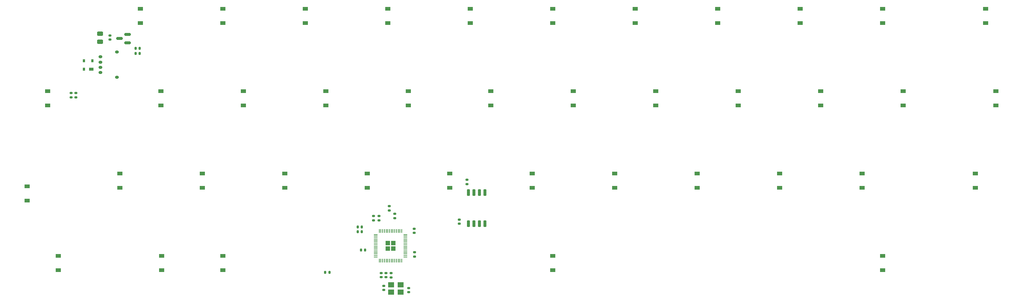
<source format=gbr>
%TF.GenerationSoftware,KiCad,Pcbnew,7.0.1*%
%TF.CreationDate,2023-04-14T20:37:59+02:00*%
%TF.ProjectId,no-escape,6e6f2d65-7363-4617-9065-2e6b69636164,rev?*%
%TF.SameCoordinates,Original*%
%TF.FileFunction,Paste,Bot*%
%TF.FilePolarity,Positive*%
%FSLAX46Y46*%
G04 Gerber Fmt 4.6, Leading zero omitted, Abs format (unit mm)*
G04 Created by KiCad (PCBNEW 7.0.1) date 2023-04-14 20:37:59*
%MOMM*%
%LPD*%
G01*
G04 APERTURE LIST*
G04 Aperture macros list*
%AMRoundRect*
0 Rectangle with rounded corners*
0 $1 Rounding radius*
0 $2 $3 $4 $5 $6 $7 $8 $9 X,Y pos of 4 corners*
0 Add a 4 corners polygon primitive as box body*
4,1,4,$2,$3,$4,$5,$6,$7,$8,$9,$2,$3,0*
0 Add four circle primitives for the rounded corners*
1,1,$1+$1,$2,$3*
1,1,$1+$1,$4,$5*
1,1,$1+$1,$6,$7*
1,1,$1+$1,$8,$9*
0 Add four rect primitives between the rounded corners*
20,1,$1+$1,$2,$3,$4,$5,0*
20,1,$1+$1,$4,$5,$6,$7,0*
20,1,$1+$1,$6,$7,$8,$9,0*
20,1,$1+$1,$8,$9,$2,$3,0*%
G04 Aperture macros list end*
%ADD10R,1.200000X0.900000*%
%ADD11RoundRect,0.135000X-0.185000X0.135000X-0.185000X-0.135000X0.185000X-0.135000X0.185000X0.135000X0*%
%ADD12RoundRect,0.140000X0.170000X-0.140000X0.170000X0.140000X-0.170000X0.140000X-0.170000X-0.140000X0*%
%ADD13RoundRect,0.140000X-0.140000X-0.170000X0.140000X-0.170000X0.140000X0.170000X-0.140000X0.170000X0*%
%ADD14RoundRect,0.150000X-0.275000X0.150000X-0.275000X-0.150000X0.275000X-0.150000X0.275000X0.150000X0*%
%ADD15RoundRect,0.175000X-0.225000X0.175000X-0.225000X-0.175000X0.225000X-0.175000X0.225000X0.175000X0*%
%ADD16RoundRect,0.140000X-0.170000X0.140000X-0.170000X-0.140000X0.170000X-0.140000X0.170000X0.140000X0*%
%ADD17RoundRect,0.243750X0.456250X-0.243750X0.456250X0.243750X-0.456250X0.243750X-0.456250X-0.243750X0*%
%ADD18RoundRect,0.150000X-0.150000X0.650000X-0.150000X-0.650000X0.150000X-0.650000X0.150000X0.650000X0*%
%ADD19RoundRect,0.135000X0.135000X0.185000X-0.135000X0.185000X-0.135000X-0.185000X0.135000X-0.185000X0*%
%ADD20RoundRect,0.250000X0.292217X0.292217X-0.292217X0.292217X-0.292217X-0.292217X0.292217X-0.292217X0*%
%ADD21RoundRect,0.050000X0.387500X0.050000X-0.387500X0.050000X-0.387500X-0.050000X0.387500X-0.050000X0*%
%ADD22RoundRect,0.050000X0.050000X0.387500X-0.050000X0.387500X-0.050000X-0.387500X0.050000X-0.387500X0*%
%ADD23RoundRect,0.150000X0.587500X0.150000X-0.587500X0.150000X-0.587500X-0.150000X0.587500X-0.150000X0*%
%ADD24RoundRect,0.140000X0.140000X0.170000X-0.140000X0.170000X-0.140000X-0.170000X0.140000X-0.170000X0*%
%ADD25R,1.400000X1.200000*%
%ADD26R,1.000000X0.700000*%
%ADD27R,0.600000X0.700000*%
%ADD28RoundRect,0.135000X0.185000X-0.135000X0.185000X0.135000X-0.185000X0.135000X-0.185000X-0.135000X0*%
G04 APERTURE END LIST*
D10*
%TO.C,D17*%
X145987000Y-66037000D03*
X145987000Y-62737000D03*
%TD*%
D11*
%TO.C,R_DATA1*%
X50165000Y-63117000D03*
X50165000Y-64137000D03*
%TD*%
D12*
%TO.C,C_3V-Decoup2*%
X118872000Y-92555000D03*
X118872000Y-91595000D03*
%TD*%
%TO.C,C_1V-Decoup1*%
X120142000Y-92555000D03*
X120142000Y-91595000D03*
%TD*%
D13*
%TO.C,C_LDO2*%
X63909000Y-52832000D03*
X64869000Y-52832000D03*
%TD*%
D14*
%TO.C,J1*%
X55814750Y-54778500D03*
X55814750Y-55978500D03*
X55814750Y-57178500D03*
X55814750Y-58378500D03*
D15*
X59589750Y-53628500D03*
X59589750Y-59528500D03*
%TD*%
D10*
%TO.C,D9*%
X217424500Y-46987000D03*
X217424500Y-43687000D03*
%TD*%
%TO.C,D20*%
X203137000Y-66037000D03*
X203137000Y-62737000D03*
%TD*%
%TO.C,D18*%
X165037000Y-66037000D03*
X165037000Y-62737000D03*
%TD*%
D16*
%TO.C,C_Crystal1*%
X127000000Y-108260000D03*
X127000000Y-109220000D03*
%TD*%
D12*
%TO.C,C_3V-Decoup4*%
X122555000Y-90269000D03*
X122555000Y-89309000D03*
%TD*%
D10*
%TO.C,D4*%
X122174500Y-46987000D03*
X122174500Y-43687000D03*
%TD*%
D17*
%TO.C,F1*%
X55753000Y-51278000D03*
X55753000Y-49403000D03*
%TD*%
D10*
%TO.C,D8*%
X198374500Y-46987000D03*
X198374500Y-43687000D03*
%TD*%
%TO.C,D34*%
X231712000Y-85087000D03*
X231712000Y-81787000D03*
%TD*%
%TO.C,D40*%
X236474500Y-104137000D03*
X236474500Y-100837000D03*
%TD*%
%TO.C,D13*%
X69787000Y-66037000D03*
X69787000Y-62737000D03*
%TD*%
%TO.C,D32*%
X193612000Y-85087000D03*
X193612000Y-81787000D03*
%TD*%
%TO.C,D7*%
X179324500Y-46987000D03*
X179324500Y-43687000D03*
%TD*%
%TO.C,D38*%
X84074500Y-104137000D03*
X84074500Y-100837000D03*
%TD*%
D16*
%TO.C,C_1V-Decoup3*%
X120650000Y-104775000D03*
X120650000Y-105735000D03*
%TD*%
D18*
%TO.C,U3*%
X140843000Y-86189000D03*
X142113000Y-86189000D03*
X143383000Y-86189000D03*
X144653000Y-86189000D03*
X144653000Y-93389000D03*
X143383000Y-93389000D03*
X142113000Y-93389000D03*
X140843000Y-93389000D03*
%TD*%
D19*
%TO.C,R_RST1*%
X108714000Y-104648000D03*
X107694000Y-104648000D03*
%TD*%
D20*
%TO.C,U1*%
X123446500Y-99090500D03*
X123446500Y-97815500D03*
X122171500Y-99090500D03*
X122171500Y-97815500D03*
D21*
X126246500Y-95853000D03*
X126246500Y-96253000D03*
X126246500Y-96653000D03*
X126246500Y-97053000D03*
X126246500Y-97453000D03*
X126246500Y-97853000D03*
X126246500Y-98253000D03*
X126246500Y-98653000D03*
X126246500Y-99053000D03*
X126246500Y-99453000D03*
X126246500Y-99853000D03*
X126246500Y-100253000D03*
X126246500Y-100653000D03*
X126246500Y-101053000D03*
D22*
X125409000Y-101890500D03*
X125009000Y-101890500D03*
X124609000Y-101890500D03*
X124209000Y-101890500D03*
X123809000Y-101890500D03*
X123409000Y-101890500D03*
X123009000Y-101890500D03*
X122609000Y-101890500D03*
X122209000Y-101890500D03*
X121809000Y-101890500D03*
X121409000Y-101890500D03*
X121009000Y-101890500D03*
X120609000Y-101890500D03*
X120209000Y-101890500D03*
D21*
X119371500Y-101053000D03*
X119371500Y-100653000D03*
X119371500Y-100253000D03*
X119371500Y-99853000D03*
X119371500Y-99453000D03*
X119371500Y-99053000D03*
X119371500Y-98653000D03*
X119371500Y-98253000D03*
X119371500Y-97853000D03*
X119371500Y-97453000D03*
X119371500Y-97053000D03*
X119371500Y-96653000D03*
X119371500Y-96253000D03*
X119371500Y-95853000D03*
D22*
X120209000Y-95015500D03*
X120609000Y-95015500D03*
X121009000Y-95015500D03*
X121409000Y-95015500D03*
X121809000Y-95015500D03*
X122209000Y-95015500D03*
X122609000Y-95015500D03*
X123009000Y-95015500D03*
X123409000Y-95015500D03*
X123809000Y-95015500D03*
X124209000Y-95015500D03*
X124609000Y-95015500D03*
X125009000Y-95015500D03*
X125409000Y-95015500D03*
%TD*%
D16*
%TO.C,C_3V-Decoup3*%
X121793000Y-104775000D03*
X121793000Y-105735000D03*
%TD*%
D10*
%TO.C,D10*%
X236474500Y-46987000D03*
X236474500Y-43687000D03*
%TD*%
D23*
%TO.C,U2*%
X62073000Y-49596000D03*
X62073000Y-51496000D03*
X60198000Y-50546000D03*
%TD*%
D10*
%TO.C,D28*%
X117412000Y-85087000D03*
X117412000Y-81787000D03*
%TD*%
%TO.C,D2*%
X84074500Y-46987000D03*
X84074500Y-43687000D03*
%TD*%
%TO.C,D29*%
X136462000Y-85087000D03*
X136462000Y-81787000D03*
%TD*%
%TO.C,D16*%
X126937000Y-66037000D03*
X126937000Y-62737000D03*
%TD*%
D12*
%TO.C,C_LDO1*%
X58039000Y-50772000D03*
X58039000Y-49812000D03*
%TD*%
D10*
%TO.C,D15*%
X107887000Y-66037000D03*
X107887000Y-62737000D03*
%TD*%
D12*
%TO.C,C_Flash1*%
X138684000Y-93345000D03*
X138684000Y-92385000D03*
%TD*%
D10*
%TO.C,D3*%
X103124500Y-46987000D03*
X103124500Y-43687000D03*
%TD*%
D12*
%TO.C,C_Crystal2*%
X121285000Y-108712000D03*
X121285000Y-107752000D03*
%TD*%
D11*
%TO.C,R_DATA2*%
X49022000Y-63117000D03*
X49022000Y-64137000D03*
%TD*%
D10*
%TO.C,D26*%
X79312000Y-85087000D03*
X79312000Y-81787000D03*
%TD*%
%TO.C,D39*%
X160274500Y-104137000D03*
X160274500Y-100837000D03*
%TD*%
D24*
%TO.C,C_3V-Decoup9*%
X116177000Y-95250000D03*
X115217000Y-95250000D03*
%TD*%
D10*
%TO.C,D23*%
X262668250Y-66037000D03*
X262668250Y-62737000D03*
%TD*%
%TO.C,D30*%
X155512000Y-85087000D03*
X155512000Y-81787000D03*
%TD*%
D25*
%TO.C,Y1*%
X122979000Y-107509000D03*
X125179000Y-107509000D03*
X125179000Y-109209000D03*
X122979000Y-109209000D03*
%TD*%
D12*
%TO.C,C_3V-Decoup8*%
X128270000Y-95476000D03*
X128270000Y-94516000D03*
%TD*%
D16*
%TO.C,C_3V-Decoup5*%
X128397000Y-99977000D03*
X128397000Y-100937000D03*
%TD*%
D10*
%TO.C,D12*%
X43593250Y-66037000D03*
X43593250Y-62737000D03*
%TD*%
%TO.C,D21*%
X222187000Y-66037000D03*
X222187000Y-62737000D03*
%TD*%
%TO.C,D14*%
X88837000Y-66037000D03*
X88837000Y-62737000D03*
%TD*%
D26*
%TO.C,U4*%
X53709000Y-57642000D03*
D27*
X52009000Y-57642000D03*
X52009000Y-55642000D03*
X53909000Y-55642000D03*
%TD*%
D10*
%TO.C,D27*%
X98362000Y-85087000D03*
X98362000Y-81787000D03*
%TD*%
%TO.C,D6*%
X160274500Y-46987000D03*
X160274500Y-43687000D03*
%TD*%
%TO.C,D36*%
X46037500Y-104137000D03*
X46037500Y-100837000D03*
%TD*%
%TO.C,D11*%
X260287000Y-46987000D03*
X260287000Y-43687000D03*
%TD*%
%TO.C,D19*%
X184087000Y-66037000D03*
X184087000Y-62737000D03*
%TD*%
D24*
%TO.C,C_3V-Decoup6*%
X116939000Y-99441000D03*
X115979000Y-99441000D03*
%TD*%
D28*
%TO.C,R_Crystal1*%
X122936000Y-105793000D03*
X122936000Y-104773000D03*
%TD*%
D10*
%TO.C,D35*%
X257905750Y-85087000D03*
X257905750Y-81787000D03*
%TD*%
%TO.C,D25*%
X60262000Y-85087000D03*
X60262000Y-81787000D03*
%TD*%
D12*
%TO.C,C_1V-Decoup2*%
X123825000Y-92047000D03*
X123825000Y-91087000D03*
%TD*%
D11*
%TO.C,R_Flash1*%
X140462000Y-83183000D03*
X140462000Y-84203000D03*
%TD*%
D10*
%TO.C,D1*%
X65024500Y-46987000D03*
X65024500Y-43687000D03*
%TD*%
%TO.C,D24*%
X38830750Y-88010000D03*
X38830750Y-84710000D03*
%TD*%
%TO.C,D22*%
X241237000Y-66037000D03*
X241237000Y-62737000D03*
%TD*%
%TO.C,D37*%
X69977000Y-104137000D03*
X69977000Y-100837000D03*
%TD*%
%TO.C,D33*%
X212662000Y-85087000D03*
X212662000Y-81787000D03*
%TD*%
%TO.C,D5*%
X141224500Y-46987000D03*
X141224500Y-43687000D03*
%TD*%
%TO.C,D31*%
X174562000Y-85087000D03*
X174562000Y-81787000D03*
%TD*%
D24*
%TO.C,C_3V-Decoup7*%
X116177000Y-94107000D03*
X115217000Y-94107000D03*
%TD*%
D13*
%TO.C,C_3V-Decoup1*%
X63909000Y-53975000D03*
X64869000Y-53975000D03*
%TD*%
M02*

</source>
